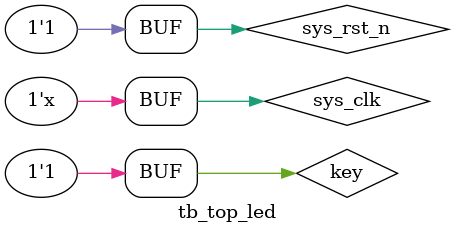
<source format=v>

                                                                                
// Verilog Test Bench template for design : top_led
// 
// Simulation tool : ModelSim (Verilog)
// 

`timescale 1 ns/ 1 ns
module tb_top_led();


parameter T = 20;
// constants                                           
// general purpose registers

// test vector input registers
reg key;
reg sys_clk;
reg sys_rst_n;
reg	key_value;
// wires                                               
wire led;

// assign statements (if any)                          
top_led i1 (
// port map - connection between master ports and signals/registers   
	.key		(key),
	.led		(led),
	.sys_clk	(sys_clk),
	.sys_rst_n	(sys_rst_n)
);
initial                                                
begin                                                  
    key                          <= 1'b1;
    sys_clk                      <= 1'b0;
    sys_rst_n                    <= 1'b0; 
    #20           sys_rst_n      <= 1'b1;  //在第20ns的时候复位信号信号拉高 
    #30           key            <= 1'b0;  //在第50ns的时候按下按键
    #20           key            <= 1'b1;  //模拟抖动
    #20           key            <= 1'b0;  //模拟抖动
    #20           key            <= 1'b1;  //模拟抖动
    #20           key            <= 1'b0;  //模拟抖动
    #170          key            <= 1'b1;  //在第300ns的时候松开按键
    #20           key            <= 1'b0;  //模拟抖动
    #20           key            <= 1'b1;  //模拟抖动
    #20           key            <= 1'b0;  //模拟抖动
    #20           key            <= 1'b1;  //模拟抖动
    #170          key            <= 1'b0;  //在第550ns的时候再次按下按键
    #20           key            <= 1'b1;  //模拟抖动
    #20           key            <= 1'b0;  //模拟抖动
    #20           key            <= 1'b1;  //模拟抖动
    #20           key            <= 1'b0;  //模拟抖动
    #170          key            <= 1'b1;  //在第800ns的时候松开按键
    #20           key            <= 1'b0;  //模拟抖动
    #20           key            <= 1'b1;  //模拟抖动
    #20           key            <= 1'b0;  //模拟抖动
    #20           key            <= 1'b1;  //模拟抖动                    
end  

always	# (T/2) sys_clk <= ~sys_clk;                                            
                                                
endmodule


</source>
